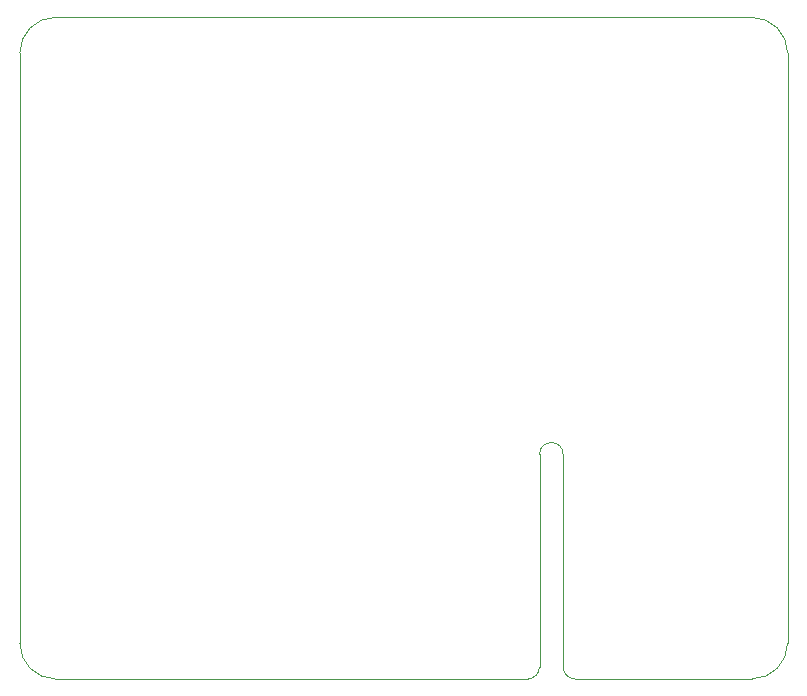
<source format=gm1>
G04 #@! TF.GenerationSoftware,KiCad,Pcbnew,6.0.2+dfsg-1*
G04 #@! TF.CreationDate,2022-08-15T18:06:50-04:00*
G04 #@! TF.ProjectId,titan_2022,74697461-6e5f-4323-9032-322e6b696361,1.2*
G04 #@! TF.SameCoordinates,Original*
G04 #@! TF.FileFunction,Profile,NP*
%FSLAX46Y46*%
G04 Gerber Fmt 4.6, Leading zero omitted, Abs format (unit mm)*
G04 Created by KiCad (PCBNEW 6.0.2+dfsg-1) date 2022-08-15 18:06:50*
%MOMM*%
%LPD*%
G01*
G04 APERTURE LIST*
G04 #@! TA.AperFunction,Profile*
%ADD10C,0.100000*%
G04 #@! TD*
G04 APERTURE END LIST*
D10*
X135750000Y-87325000D02*
G75*
G03*
X133750000Y-87325000I-1000000J0D01*
G01*
X154750000Y-53325000D02*
G75*
G03*
X151750000Y-50325000I-3000001J-1D01*
G01*
X151750000Y-50325000D02*
X92750000Y-50325000D01*
X135750000Y-87325000D02*
X135750000Y-105325000D01*
X92750000Y-106325000D02*
X132750000Y-106325000D01*
X92750000Y-50325000D02*
G75*
G03*
X89750000Y-53325000I1J-3000001D01*
G01*
X135750000Y-105325000D02*
G75*
G03*
X136750000Y-106325000I999999J-1D01*
G01*
X89750000Y-103325000D02*
G75*
G03*
X92750000Y-106325000I3000001J1D01*
G01*
X151750000Y-106325000D02*
G75*
G03*
X154750000Y-103325000I-1J3000001D01*
G01*
X154750000Y-103325000D02*
X154750000Y-53325000D01*
X89750000Y-53325000D02*
X89750000Y-103325000D01*
X136750000Y-106325000D02*
X151750000Y-106325000D01*
X132750000Y-106325000D02*
G75*
G03*
X133750000Y-105325000I11J999989D01*
G01*
X133750000Y-105325000D02*
X133750000Y-87325000D01*
M02*

</source>
